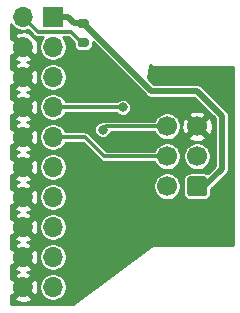
<source format=gbr>
%TF.GenerationSoftware,KiCad,Pcbnew,(5.1.10)-1*%
%TF.CreationDate,2023-09-26T12:08:48+02:00*%
%TF.ProjectId,arm_20-6pin_K24DI1MA,61726d5f-3230-42d3-9670-696e5f4b3234,rev?*%
%TF.SameCoordinates,Original*%
%TF.FileFunction,Copper,L2,Bot*%
%TF.FilePolarity,Positive*%
%FSLAX46Y46*%
G04 Gerber Fmt 4.6, Leading zero omitted, Abs format (unit mm)*
G04 Created by KiCad (PCBNEW (5.1.10)-1) date 2023-09-26 12:08:48*
%MOMM*%
%LPD*%
G01*
G04 APERTURE LIST*
%TA.AperFunction,ComponentPad*%
%ADD10O,1.700000X1.700000*%
%TD*%
%TA.AperFunction,ComponentPad*%
%ADD11R,1.700000X1.700000*%
%TD*%
%TA.AperFunction,ComponentPad*%
%ADD12C,1.700000*%
%TD*%
%TA.AperFunction,ViaPad*%
%ADD13C,0.800000*%
%TD*%
%TA.AperFunction,Conductor*%
%ADD14C,0.300000*%
%TD*%
%TA.AperFunction,Conductor*%
%ADD15C,0.500000*%
%TD*%
%TA.AperFunction,Conductor*%
%ADD16C,0.250000*%
%TD*%
%TA.AperFunction,Conductor*%
%ADD17C,0.100000*%
%TD*%
G04 APERTURE END LIST*
%TO.P,R1,2*%
%TO.N,Net-(J2-Pad2)*%
%TA.AperFunction,SMDPad,CuDef*%
G36*
G01*
X146475000Y-62925000D02*
X147025000Y-62925000D01*
G75*
G02*
X147225000Y-63125000I0J-200000D01*
G01*
X147225000Y-63525000D01*
G75*
G02*
X147025000Y-63725000I-200000J0D01*
G01*
X146475000Y-63725000D01*
G75*
G02*
X146275000Y-63525000I0J200000D01*
G01*
X146275000Y-63125000D01*
G75*
G02*
X146475000Y-62925000I200000J0D01*
G01*
G37*
%TD.AperFunction*%
%TO.P,R1,1*%
%TO.N,/VTREF*%
%TA.AperFunction,SMDPad,CuDef*%
G36*
G01*
X146475000Y-61275000D02*
X147025000Y-61275000D01*
G75*
G02*
X147225000Y-61475000I0J-200000D01*
G01*
X147225000Y-61875000D01*
G75*
G02*
X147025000Y-62075000I-200000J0D01*
G01*
X146475000Y-62075000D01*
G75*
G02*
X146275000Y-61875000I0J200000D01*
G01*
X146275000Y-61475000D01*
G75*
G02*
X146475000Y-61275000I200000J0D01*
G01*
G37*
%TD.AperFunction*%
%TD*%
%TO.P,J2,20*%
%TO.N,GND*%
%TA.AperFunction,ComponentPad*%
G36*
G01*
X141043959Y-84611041D02*
X141043959Y-84611041D01*
G75*
G02*
X141043959Y-83408959I601041J601041D01*
G01*
X141043959Y-83408959D01*
G75*
G02*
X142246041Y-83408959I601041J-601041D01*
G01*
X142246041Y-83408959D01*
G75*
G02*
X142246041Y-84611041I-601041J-601041D01*
G01*
X142246041Y-84611041D01*
G75*
G02*
X141043959Y-84611041I-601041J601041D01*
G01*
G37*
%TD.AperFunction*%
D10*
%TO.P,J2,19*%
%TO.N,Net-(J2-Pad19)*%
X144185000Y-84010000D03*
%TO.P,J2,18*%
%TO.N,GND*%
%TA.AperFunction,ComponentPad*%
G36*
G01*
X141043959Y-82071041D02*
X141043959Y-82071041D01*
G75*
G02*
X141043959Y-80868959I601041J601041D01*
G01*
X141043959Y-80868959D01*
G75*
G02*
X142246041Y-80868959I601041J-601041D01*
G01*
X142246041Y-80868959D01*
G75*
G02*
X142246041Y-82071041I-601041J-601041D01*
G01*
X142246041Y-82071041D01*
G75*
G02*
X141043959Y-82071041I-601041J601041D01*
G01*
G37*
%TD.AperFunction*%
%TO.P,J2,17*%
%TO.N,Net-(J2-Pad17)*%
X144185000Y-81470000D03*
%TO.P,J2,16*%
%TO.N,GND*%
%TA.AperFunction,ComponentPad*%
G36*
G01*
X141043959Y-79531041D02*
X141043959Y-79531041D01*
G75*
G02*
X141043959Y-78328959I601041J601041D01*
G01*
X141043959Y-78328959D01*
G75*
G02*
X142246041Y-78328959I601041J-601041D01*
G01*
X142246041Y-78328959D01*
G75*
G02*
X142246041Y-79531041I-601041J-601041D01*
G01*
X142246041Y-79531041D01*
G75*
G02*
X141043959Y-79531041I-601041J601041D01*
G01*
G37*
%TD.AperFunction*%
%TO.P,J2,15*%
%TO.N,/RESET*%
X144185000Y-78930000D03*
%TO.P,J2,14*%
%TO.N,GND*%
%TA.AperFunction,ComponentPad*%
G36*
G01*
X141043959Y-76991041D02*
X141043959Y-76991041D01*
G75*
G02*
X141043959Y-75788959I601041J601041D01*
G01*
X141043959Y-75788959D01*
G75*
G02*
X142246041Y-75788959I601041J-601041D01*
G01*
X142246041Y-75788959D01*
G75*
G02*
X142246041Y-76991041I-601041J-601041D01*
G01*
X142246041Y-76991041D01*
G75*
G02*
X141043959Y-76991041I-601041J601041D01*
G01*
G37*
%TD.AperFunction*%
%TO.P,J2,13*%
%TO.N,/SWO*%
X144185000Y-76390000D03*
%TO.P,J2,12*%
%TO.N,GND*%
%TA.AperFunction,ComponentPad*%
G36*
G01*
X141043959Y-74451041D02*
X141043959Y-74451041D01*
G75*
G02*
X141043959Y-73248959I601041J601041D01*
G01*
X141043959Y-73248959D01*
G75*
G02*
X142246041Y-73248959I601041J-601041D01*
G01*
X142246041Y-73248959D01*
G75*
G02*
X142246041Y-74451041I-601041J-601041D01*
G01*
X142246041Y-74451041D01*
G75*
G02*
X141043959Y-74451041I-601041J601041D01*
G01*
G37*
%TD.AperFunction*%
%TO.P,J2,11*%
%TO.N,Net-(J2-Pad11)*%
X144185000Y-73850000D03*
%TO.P,J2,10*%
%TO.N,GND*%
%TA.AperFunction,ComponentPad*%
G36*
G01*
X141043959Y-71911041D02*
X141043959Y-71911041D01*
G75*
G02*
X141043959Y-70708959I601041J601041D01*
G01*
X141043959Y-70708959D01*
G75*
G02*
X142246041Y-70708959I601041J-601041D01*
G01*
X142246041Y-70708959D01*
G75*
G02*
X142246041Y-71911041I-601041J-601041D01*
G01*
X142246041Y-71911041D01*
G75*
G02*
X141043959Y-71911041I-601041J601041D01*
G01*
G37*
%TD.AperFunction*%
%TO.P,J2,9*%
%TO.N,/SWCLK*%
X144185000Y-71310000D03*
%TO.P,J2,8*%
%TO.N,GND*%
%TA.AperFunction,ComponentPad*%
G36*
G01*
X141043959Y-69371041D02*
X141043959Y-69371041D01*
G75*
G02*
X141043959Y-68168959I601041J601041D01*
G01*
X141043959Y-68168959D01*
G75*
G02*
X142246041Y-68168959I601041J-601041D01*
G01*
X142246041Y-68168959D01*
G75*
G02*
X142246041Y-69371041I-601041J-601041D01*
G01*
X142246041Y-69371041D01*
G75*
G02*
X141043959Y-69371041I-601041J601041D01*
G01*
G37*
%TD.AperFunction*%
%TO.P,J2,7*%
%TO.N,/SWDIO*%
X144185000Y-68770000D03*
%TO.P,J2,6*%
%TO.N,GND*%
%TA.AperFunction,ComponentPad*%
G36*
G01*
X141043959Y-66831041D02*
X141043959Y-66831041D01*
G75*
G02*
X141043959Y-65628959I601041J601041D01*
G01*
X141043959Y-65628959D01*
G75*
G02*
X142246041Y-65628959I601041J-601041D01*
G01*
X142246041Y-65628959D01*
G75*
G02*
X142246041Y-66831041I-601041J-601041D01*
G01*
X142246041Y-66831041D01*
G75*
G02*
X141043959Y-66831041I-601041J601041D01*
G01*
G37*
%TD.AperFunction*%
%TO.P,J2,5*%
%TO.N,Net-(J2-Pad5)*%
X144185000Y-66230000D03*
%TO.P,J2,4*%
%TO.N,GND*%
%TA.AperFunction,ComponentPad*%
G36*
G01*
X141043959Y-64291041D02*
X141043959Y-64291041D01*
G75*
G02*
X141043959Y-63088959I601041J601041D01*
G01*
X141043959Y-63088959D01*
G75*
G02*
X142246041Y-63088959I601041J-601041D01*
G01*
X142246041Y-63088959D01*
G75*
G02*
X142246041Y-64291041I-601041J-601041D01*
G01*
X142246041Y-64291041D01*
G75*
G02*
X141043959Y-64291041I-601041J601041D01*
G01*
G37*
%TD.AperFunction*%
%TO.P,J2,3*%
%TO.N,Net-(J2-Pad3)*%
X144185000Y-63690000D03*
%TO.P,J2,2*%
%TO.N,Net-(J2-Pad2)*%
X141645000Y-61150000D03*
D11*
%TO.P,J2,1*%
%TO.N,/VTREF*%
X144185000Y-61150000D03*
%TD*%
D12*
%TO.P,J1,6*%
%TO.N,/SWO*%
X153860000Y-70400000D03*
%TO.P,J1,4*%
%TO.N,/SWCLK*%
X153860000Y-72940000D03*
%TO.P,J1,2*%
%TO.N,/SWDIO*%
X153860000Y-75480000D03*
%TO.P,J1,5*%
%TO.N,GND*%
X156400000Y-70400000D03*
%TO.P,J1,3*%
%TO.N,/RESET*%
X156400000Y-72940000D03*
%TO.P,J1,1*%
%TO.N,/VTREF*%
%TA.AperFunction,ComponentPad*%
G36*
G01*
X157250000Y-74880000D02*
X157250000Y-76080000D01*
G75*
G02*
X157000000Y-76330000I-250000J0D01*
G01*
X155800000Y-76330000D01*
G75*
G02*
X155550000Y-76080000I0J250000D01*
G01*
X155550000Y-74880000D01*
G75*
G02*
X155800000Y-74630000I250000J0D01*
G01*
X157000000Y-74630000D01*
G75*
G02*
X157250000Y-74880000I0J-250000D01*
G01*
G37*
%TD.AperFunction*%
%TD*%
D13*
%TO.N,/SWO*%
X148400000Y-70700000D03*
%TO.N,/SWDIO*%
X150100000Y-68800000D03*
%TO.N,GND*%
X147000000Y-65700000D03*
X147100000Y-70000000D03*
X149800000Y-71600000D03*
X146500000Y-73500000D03*
X148800000Y-79800000D03*
X156300000Y-79000000D03*
X146900000Y-82700000D03*
X152900000Y-66100000D03*
X149900000Y-76400000D03*
X152400000Y-77000000D03*
X158500000Y-66800000D03*
X146500000Y-77400000D03*
X149300000Y-67100000D03*
%TD*%
D14*
%TO.N,/SWO*%
X148700000Y-70400000D02*
X148400000Y-70700000D01*
X153860000Y-70400000D02*
X148700000Y-70400000D01*
%TO.N,/SWCLK*%
X148540000Y-72940000D02*
X153860000Y-72940000D01*
X146910000Y-71310000D02*
X148540000Y-72940000D01*
X144185000Y-71310000D02*
X146910000Y-71310000D01*
%TO.N,/SWDIO*%
X148870000Y-68770000D02*
X144185000Y-68770000D01*
X150070000Y-68770000D02*
X150100000Y-68800000D01*
X148870000Y-68770000D02*
X150070000Y-68770000D01*
X153780000Y-75400000D02*
X153860000Y-75480000D01*
D15*
%TO.N,GND*%
X141645000Y-63690000D02*
X142955000Y-65000000D01*
D14*
X146300000Y-65000000D02*
X147000000Y-65700000D01*
D15*
X142875000Y-65000000D02*
X143100000Y-65000000D01*
X141645000Y-66230000D02*
X142875000Y-65000000D01*
D14*
X143100000Y-65000000D02*
X146300000Y-65000000D01*
X142955000Y-65000000D02*
X143100000Y-65000000D01*
D15*
X141645000Y-84010000D02*
X142855000Y-82800000D01*
X142855000Y-82680000D02*
X141645000Y-81470000D01*
X142855000Y-82800000D02*
X142855000Y-82680000D01*
X141645000Y-66230000D02*
X143015000Y-67600000D01*
%TO.N,/VTREF*%
X146750000Y-61675000D02*
X145975000Y-61675000D01*
X145975000Y-61675000D02*
X145450000Y-61150000D01*
X145450000Y-61150000D02*
X144185000Y-61150000D01*
X147100000Y-62000000D02*
X147075000Y-62000000D01*
X152500000Y-67400000D02*
X147100000Y-62000000D01*
X147075000Y-62000000D02*
X146750000Y-61675000D01*
X156400000Y-67400000D02*
X152500000Y-67400000D01*
X158500000Y-69500000D02*
X156400000Y-67400000D01*
X158500000Y-74000000D02*
X158500000Y-69500000D01*
X157020000Y-75480000D02*
X158500000Y-74000000D01*
X156400000Y-75480000D02*
X157020000Y-75480000D01*
D14*
%TO.N,Net-(J2-Pad2)*%
X142895000Y-62400000D02*
X141645000Y-61150000D01*
X145700000Y-62400000D02*
X142895000Y-62400000D01*
X146625000Y-63325000D02*
X145700000Y-62400000D01*
X146750000Y-63325000D02*
X146625000Y-63325000D01*
%TD*%
D16*
%TO.N,GND*%
X140603729Y-61706571D02*
X140732318Y-61899019D01*
X140895981Y-62062682D01*
X141088429Y-62191271D01*
X141302265Y-62279845D01*
X141529273Y-62325000D01*
X141760727Y-62325000D01*
X141987735Y-62279845D01*
X142069306Y-62246057D01*
X142487906Y-62664657D01*
X142401838Y-62750725D01*
X142315752Y-62547320D01*
X142222455Y-62497446D01*
X141978703Y-62407705D01*
X141722128Y-62367242D01*
X141462588Y-62377611D01*
X141210059Y-62438415D01*
X140974245Y-62547316D01*
X140887716Y-62750283D01*
X141645000Y-63507566D01*
X141659142Y-63493424D01*
X141841576Y-63675858D01*
X141827434Y-63690000D01*
X142584717Y-64447284D01*
X142787684Y-64360755D01*
X142896585Y-64124941D01*
X142957389Y-63872412D01*
X142967758Y-63612872D01*
X142927295Y-63356297D01*
X142837554Y-63112545D01*
X142787680Y-63019248D01*
X142584275Y-62933162D01*
X142673135Y-62844302D01*
X142606768Y-62777935D01*
X142629827Y-62796859D01*
X142712346Y-62840966D01*
X142774722Y-62859888D01*
X142801883Y-62868127D01*
X142895000Y-62877298D01*
X142918332Y-62875000D01*
X143338299Y-62875000D01*
X143272318Y-62940981D01*
X143143729Y-63133429D01*
X143055155Y-63347265D01*
X143010000Y-63574273D01*
X143010000Y-63805727D01*
X143055155Y-64032735D01*
X143143729Y-64246571D01*
X143272318Y-64439019D01*
X143435981Y-64602682D01*
X143628429Y-64731271D01*
X143842265Y-64819845D01*
X144069273Y-64865000D01*
X144300727Y-64865000D01*
X144527735Y-64819845D01*
X144741571Y-64731271D01*
X144934019Y-64602682D01*
X145097682Y-64439019D01*
X145226271Y-64246571D01*
X145314845Y-64032735D01*
X145360000Y-63805727D01*
X145360000Y-63574273D01*
X145314845Y-63347265D01*
X145226271Y-63133429D01*
X145097682Y-62940981D01*
X145031701Y-62875000D01*
X145503250Y-62875000D01*
X145948428Y-63320179D01*
X145948428Y-63525000D01*
X145958546Y-63627729D01*
X145988511Y-63726510D01*
X146037171Y-63817548D01*
X146102657Y-63897343D01*
X146182452Y-63962829D01*
X146273490Y-64011489D01*
X146372271Y-64041454D01*
X146475000Y-64051572D01*
X147025000Y-64051572D01*
X147127729Y-64041454D01*
X147226510Y-64011489D01*
X147317548Y-63962829D01*
X147397343Y-63897343D01*
X147462829Y-63817548D01*
X147511489Y-63726510D01*
X147541454Y-63627729D01*
X147551572Y-63525000D01*
X147551572Y-63264744D01*
X152073439Y-67786612D01*
X152091446Y-67808554D01*
X152133153Y-67842782D01*
X152179001Y-67880408D01*
X152278892Y-67933801D01*
X152387280Y-67966680D01*
X152471754Y-67975000D01*
X152471756Y-67975000D01*
X152499999Y-67977782D01*
X152528242Y-67975000D01*
X156161828Y-67975000D01*
X157925001Y-69738173D01*
X157925000Y-73761827D01*
X157298106Y-74388721D01*
X157220645Y-74347317D01*
X157112484Y-74314507D01*
X157000000Y-74303428D01*
X155800000Y-74303428D01*
X155687516Y-74314507D01*
X155579355Y-74347317D01*
X155479674Y-74400598D01*
X155392302Y-74472302D01*
X155320598Y-74559674D01*
X155267317Y-74659355D01*
X155234507Y-74767516D01*
X155223428Y-74880000D01*
X155223428Y-76080000D01*
X155234507Y-76192484D01*
X155267317Y-76300645D01*
X155320598Y-76400326D01*
X155392302Y-76487698D01*
X155479674Y-76559402D01*
X155579355Y-76612683D01*
X155687516Y-76645493D01*
X155800000Y-76656572D01*
X157000000Y-76656572D01*
X157112484Y-76645493D01*
X157220645Y-76612683D01*
X157320326Y-76559402D01*
X157407698Y-76487698D01*
X157479402Y-76400326D01*
X157532683Y-76300645D01*
X157565493Y-76192484D01*
X157576572Y-76080000D01*
X157576572Y-75736600D01*
X158886613Y-74426560D01*
X158908554Y-74408554D01*
X158958809Y-74347317D01*
X158980408Y-74320999D01*
X159033801Y-74221108D01*
X159042408Y-74192735D01*
X159066680Y-74112720D01*
X159075000Y-74028246D01*
X159075000Y-74028244D01*
X159077782Y-74000001D01*
X159075000Y-73971758D01*
X159075000Y-69528242D01*
X159077782Y-69499999D01*
X159072117Y-69442487D01*
X159066680Y-69387280D01*
X159033801Y-69278892D01*
X158994273Y-69204941D01*
X158980408Y-69179001D01*
X158960085Y-69154238D01*
X158908554Y-69091446D01*
X158886606Y-69073434D01*
X156826566Y-67013394D01*
X156808554Y-66991446D01*
X156720998Y-66919592D01*
X156621108Y-66866199D01*
X156512720Y-66833320D01*
X156428246Y-66825000D01*
X156428243Y-66825000D01*
X156400000Y-66822218D01*
X156371757Y-66825000D01*
X152738173Y-66825000D01*
X152228418Y-66315245D01*
X152375816Y-65185196D01*
X152450308Y-65247458D01*
X152451315Y-65248685D01*
X152476723Y-65269536D01*
X152488730Y-65279572D01*
X152490036Y-65280462D01*
X152504610Y-65292422D01*
X152518457Y-65299823D01*
X152531434Y-65308664D01*
X152548785Y-65316034D01*
X152565413Y-65324922D01*
X152580442Y-65329481D01*
X152594890Y-65335618D01*
X152613342Y-65339461D01*
X152631388Y-65344935D01*
X152647019Y-65346475D01*
X152662386Y-65349675D01*
X152681232Y-65349844D01*
X152682811Y-65350000D01*
X152698524Y-65350000D01*
X152731327Y-65350295D01*
X152732883Y-65350000D01*
X159450001Y-65350000D01*
X159450000Y-80450000D01*
X152758678Y-80450000D01*
X152732949Y-80448721D01*
X152707248Y-80452518D01*
X152681388Y-80455065D01*
X152673205Y-80457547D01*
X152664745Y-80458797D01*
X152640283Y-80467534D01*
X152615413Y-80475078D01*
X152607866Y-80479112D01*
X152599819Y-80481986D01*
X152577533Y-80495326D01*
X152554610Y-80507578D01*
X152534690Y-80523925D01*
X145884491Y-85450000D01*
X140600000Y-85450000D01*
X140600000Y-84949273D01*
X140888161Y-84949273D01*
X140974248Y-85152680D01*
X141067545Y-85202554D01*
X141311297Y-85292295D01*
X141567872Y-85332758D01*
X141827412Y-85322389D01*
X142079941Y-85261585D01*
X142315755Y-85152684D01*
X142402284Y-84949717D01*
X141645000Y-84192434D01*
X140888161Y-84949273D01*
X140600000Y-84949273D01*
X140600000Y-84722093D01*
X140705727Y-84766839D01*
X141462566Y-84010000D01*
X141827434Y-84010000D01*
X142584717Y-84767284D01*
X142787684Y-84680755D01*
X142896585Y-84444941D01*
X142957389Y-84192412D01*
X142967758Y-83932872D01*
X142961671Y-83894273D01*
X143010000Y-83894273D01*
X143010000Y-84125727D01*
X143055155Y-84352735D01*
X143143729Y-84566571D01*
X143272318Y-84759019D01*
X143435981Y-84922682D01*
X143628429Y-85051271D01*
X143842265Y-85139845D01*
X144069273Y-85185000D01*
X144300727Y-85185000D01*
X144527735Y-85139845D01*
X144741571Y-85051271D01*
X144934019Y-84922682D01*
X145097682Y-84759019D01*
X145226271Y-84566571D01*
X145314845Y-84352735D01*
X145360000Y-84125727D01*
X145360000Y-83894273D01*
X145314845Y-83667265D01*
X145226271Y-83453429D01*
X145097682Y-83260981D01*
X144934019Y-83097318D01*
X144741571Y-82968729D01*
X144527735Y-82880155D01*
X144300727Y-82835000D01*
X144069273Y-82835000D01*
X143842265Y-82880155D01*
X143628429Y-82968729D01*
X143435981Y-83097318D01*
X143272318Y-83260981D01*
X143143729Y-83453429D01*
X143055155Y-83667265D01*
X143010000Y-83894273D01*
X142961671Y-83894273D01*
X142927295Y-83676297D01*
X142837554Y-83432545D01*
X142787680Y-83339248D01*
X142584273Y-83253161D01*
X141827434Y-84010000D01*
X141462566Y-84010000D01*
X140705283Y-83252716D01*
X140600000Y-83297600D01*
X140600000Y-83070283D01*
X140887716Y-83070283D01*
X141645000Y-83827566D01*
X142401839Y-83070727D01*
X142315752Y-82867320D01*
X142222455Y-82817446D01*
X142008683Y-82738743D01*
X142079941Y-82721585D01*
X142315755Y-82612684D01*
X142402284Y-82409717D01*
X141645000Y-81652434D01*
X140888161Y-82409273D01*
X140974248Y-82612680D01*
X141067545Y-82662554D01*
X141281317Y-82741257D01*
X141210059Y-82758415D01*
X140974245Y-82867316D01*
X140887716Y-83070283D01*
X140600000Y-83070283D01*
X140600000Y-82182093D01*
X140705727Y-82226839D01*
X141462566Y-81470000D01*
X141827434Y-81470000D01*
X142584717Y-82227284D01*
X142787684Y-82140755D01*
X142896585Y-81904941D01*
X142957389Y-81652412D01*
X142967758Y-81392872D01*
X142961671Y-81354273D01*
X143010000Y-81354273D01*
X143010000Y-81585727D01*
X143055155Y-81812735D01*
X143143729Y-82026571D01*
X143272318Y-82219019D01*
X143435981Y-82382682D01*
X143628429Y-82511271D01*
X143842265Y-82599845D01*
X144069273Y-82645000D01*
X144300727Y-82645000D01*
X144527735Y-82599845D01*
X144741571Y-82511271D01*
X144934019Y-82382682D01*
X145097682Y-82219019D01*
X145226271Y-82026571D01*
X145314845Y-81812735D01*
X145360000Y-81585727D01*
X145360000Y-81354273D01*
X145314845Y-81127265D01*
X145226271Y-80913429D01*
X145097682Y-80720981D01*
X144934019Y-80557318D01*
X144741571Y-80428729D01*
X144527735Y-80340155D01*
X144300727Y-80295000D01*
X144069273Y-80295000D01*
X143842265Y-80340155D01*
X143628429Y-80428729D01*
X143435981Y-80557318D01*
X143272318Y-80720981D01*
X143143729Y-80913429D01*
X143055155Y-81127265D01*
X143010000Y-81354273D01*
X142961671Y-81354273D01*
X142927295Y-81136297D01*
X142837554Y-80892545D01*
X142787680Y-80799248D01*
X142584273Y-80713161D01*
X141827434Y-81470000D01*
X141462566Y-81470000D01*
X140705283Y-80712716D01*
X140600000Y-80757600D01*
X140600000Y-80530283D01*
X140887716Y-80530283D01*
X141645000Y-81287566D01*
X142401839Y-80530727D01*
X142315752Y-80327320D01*
X142222455Y-80277446D01*
X142008683Y-80198743D01*
X142079941Y-80181585D01*
X142315755Y-80072684D01*
X142402284Y-79869717D01*
X141645000Y-79112434D01*
X140888161Y-79869273D01*
X140974248Y-80072680D01*
X141067545Y-80122554D01*
X141281317Y-80201257D01*
X141210059Y-80218415D01*
X140974245Y-80327316D01*
X140887716Y-80530283D01*
X140600000Y-80530283D01*
X140600000Y-79642093D01*
X140705727Y-79686839D01*
X141462566Y-78930000D01*
X141827434Y-78930000D01*
X142584717Y-79687284D01*
X142787684Y-79600755D01*
X142896585Y-79364941D01*
X142957389Y-79112412D01*
X142967758Y-78852872D01*
X142961671Y-78814273D01*
X143010000Y-78814273D01*
X143010000Y-79045727D01*
X143055155Y-79272735D01*
X143143729Y-79486571D01*
X143272318Y-79679019D01*
X143435981Y-79842682D01*
X143628429Y-79971271D01*
X143842265Y-80059845D01*
X144069273Y-80105000D01*
X144300727Y-80105000D01*
X144527735Y-80059845D01*
X144741571Y-79971271D01*
X144934019Y-79842682D01*
X145097682Y-79679019D01*
X145226271Y-79486571D01*
X145314845Y-79272735D01*
X145360000Y-79045727D01*
X145360000Y-78814273D01*
X145314845Y-78587265D01*
X145226271Y-78373429D01*
X145097682Y-78180981D01*
X144934019Y-78017318D01*
X144741571Y-77888729D01*
X144527735Y-77800155D01*
X144300727Y-77755000D01*
X144069273Y-77755000D01*
X143842265Y-77800155D01*
X143628429Y-77888729D01*
X143435981Y-78017318D01*
X143272318Y-78180981D01*
X143143729Y-78373429D01*
X143055155Y-78587265D01*
X143010000Y-78814273D01*
X142961671Y-78814273D01*
X142927295Y-78596297D01*
X142837554Y-78352545D01*
X142787680Y-78259248D01*
X142584273Y-78173161D01*
X141827434Y-78930000D01*
X141462566Y-78930000D01*
X140705283Y-78172716D01*
X140600000Y-78217600D01*
X140600000Y-77990283D01*
X140887716Y-77990283D01*
X141645000Y-78747566D01*
X142401839Y-77990727D01*
X142315752Y-77787320D01*
X142222455Y-77737446D01*
X142008683Y-77658743D01*
X142079941Y-77641585D01*
X142315755Y-77532684D01*
X142402284Y-77329717D01*
X141645000Y-76572434D01*
X140888161Y-77329273D01*
X140974248Y-77532680D01*
X141067545Y-77582554D01*
X141281317Y-77661257D01*
X141210059Y-77678415D01*
X140974245Y-77787316D01*
X140887716Y-77990283D01*
X140600000Y-77990283D01*
X140600000Y-77102093D01*
X140705727Y-77146839D01*
X141462566Y-76390000D01*
X141827434Y-76390000D01*
X142584717Y-77147284D01*
X142787684Y-77060755D01*
X142896585Y-76824941D01*
X142957389Y-76572412D01*
X142967758Y-76312872D01*
X142961671Y-76274273D01*
X143010000Y-76274273D01*
X143010000Y-76505727D01*
X143055155Y-76732735D01*
X143143729Y-76946571D01*
X143272318Y-77139019D01*
X143435981Y-77302682D01*
X143628429Y-77431271D01*
X143842265Y-77519845D01*
X144069273Y-77565000D01*
X144300727Y-77565000D01*
X144527735Y-77519845D01*
X144741571Y-77431271D01*
X144934019Y-77302682D01*
X145097682Y-77139019D01*
X145226271Y-76946571D01*
X145314845Y-76732735D01*
X145360000Y-76505727D01*
X145360000Y-76274273D01*
X145314845Y-76047265D01*
X145226271Y-75833429D01*
X145097682Y-75640981D01*
X144934019Y-75477318D01*
X144764835Y-75364273D01*
X152685000Y-75364273D01*
X152685000Y-75595727D01*
X152730155Y-75822735D01*
X152818729Y-76036571D01*
X152947318Y-76229019D01*
X153110981Y-76392682D01*
X153303429Y-76521271D01*
X153517265Y-76609845D01*
X153744273Y-76655000D01*
X153975727Y-76655000D01*
X154202735Y-76609845D01*
X154416571Y-76521271D01*
X154609019Y-76392682D01*
X154772682Y-76229019D01*
X154901271Y-76036571D01*
X154989845Y-75822735D01*
X155035000Y-75595727D01*
X155035000Y-75364273D01*
X154989845Y-75137265D01*
X154901271Y-74923429D01*
X154772682Y-74730981D01*
X154609019Y-74567318D01*
X154416571Y-74438729D01*
X154202735Y-74350155D01*
X153975727Y-74305000D01*
X153744273Y-74305000D01*
X153517265Y-74350155D01*
X153303429Y-74438729D01*
X153110981Y-74567318D01*
X152947318Y-74730981D01*
X152818729Y-74923429D01*
X152730155Y-75137265D01*
X152685000Y-75364273D01*
X144764835Y-75364273D01*
X144741571Y-75348729D01*
X144527735Y-75260155D01*
X144300727Y-75215000D01*
X144069273Y-75215000D01*
X143842265Y-75260155D01*
X143628429Y-75348729D01*
X143435981Y-75477318D01*
X143272318Y-75640981D01*
X143143729Y-75833429D01*
X143055155Y-76047265D01*
X143010000Y-76274273D01*
X142961671Y-76274273D01*
X142927295Y-76056297D01*
X142837554Y-75812545D01*
X142787680Y-75719248D01*
X142584273Y-75633161D01*
X141827434Y-76390000D01*
X141462566Y-76390000D01*
X140705283Y-75632716D01*
X140600000Y-75677600D01*
X140600000Y-75450283D01*
X140887716Y-75450283D01*
X141645000Y-76207566D01*
X142401839Y-75450727D01*
X142315752Y-75247320D01*
X142222455Y-75197446D01*
X142008683Y-75118743D01*
X142079941Y-75101585D01*
X142315755Y-74992684D01*
X142402284Y-74789717D01*
X141645000Y-74032434D01*
X140888161Y-74789273D01*
X140974248Y-74992680D01*
X141067545Y-75042554D01*
X141281317Y-75121257D01*
X141210059Y-75138415D01*
X140974245Y-75247316D01*
X140887716Y-75450283D01*
X140600000Y-75450283D01*
X140600000Y-74562093D01*
X140705727Y-74606839D01*
X141462566Y-73850000D01*
X141827434Y-73850000D01*
X142584717Y-74607284D01*
X142787684Y-74520755D01*
X142896585Y-74284941D01*
X142957389Y-74032412D01*
X142967758Y-73772872D01*
X142961671Y-73734273D01*
X143010000Y-73734273D01*
X143010000Y-73965727D01*
X143055155Y-74192735D01*
X143143729Y-74406571D01*
X143272318Y-74599019D01*
X143435981Y-74762682D01*
X143628429Y-74891271D01*
X143842265Y-74979845D01*
X144069273Y-75025000D01*
X144300727Y-75025000D01*
X144527735Y-74979845D01*
X144741571Y-74891271D01*
X144934019Y-74762682D01*
X145097682Y-74599019D01*
X145226271Y-74406571D01*
X145314845Y-74192735D01*
X145360000Y-73965727D01*
X145360000Y-73734273D01*
X145314845Y-73507265D01*
X145226271Y-73293429D01*
X145097682Y-73100981D01*
X144934019Y-72937318D01*
X144741571Y-72808729D01*
X144527735Y-72720155D01*
X144300727Y-72675000D01*
X144069273Y-72675000D01*
X143842265Y-72720155D01*
X143628429Y-72808729D01*
X143435981Y-72937318D01*
X143272318Y-73100981D01*
X143143729Y-73293429D01*
X143055155Y-73507265D01*
X143010000Y-73734273D01*
X142961671Y-73734273D01*
X142927295Y-73516297D01*
X142837554Y-73272545D01*
X142787680Y-73179248D01*
X142584273Y-73093161D01*
X141827434Y-73850000D01*
X141462566Y-73850000D01*
X140705283Y-73092716D01*
X140600000Y-73137600D01*
X140600000Y-72910283D01*
X140887716Y-72910283D01*
X141645000Y-73667566D01*
X142401839Y-72910727D01*
X142315752Y-72707320D01*
X142222455Y-72657446D01*
X142008683Y-72578743D01*
X142079941Y-72561585D01*
X142315755Y-72452684D01*
X142402284Y-72249717D01*
X141645000Y-71492434D01*
X140888161Y-72249273D01*
X140974248Y-72452680D01*
X141067545Y-72502554D01*
X141281317Y-72581257D01*
X141210059Y-72598415D01*
X140974245Y-72707316D01*
X140887716Y-72910283D01*
X140600000Y-72910283D01*
X140600000Y-72022093D01*
X140705727Y-72066839D01*
X141462566Y-71310000D01*
X141827434Y-71310000D01*
X142584717Y-72067284D01*
X142787684Y-71980755D01*
X142896585Y-71744941D01*
X142957389Y-71492412D01*
X142967758Y-71232872D01*
X142961671Y-71194273D01*
X143010000Y-71194273D01*
X143010000Y-71425727D01*
X143055155Y-71652735D01*
X143143729Y-71866571D01*
X143272318Y-72059019D01*
X143435981Y-72222682D01*
X143628429Y-72351271D01*
X143842265Y-72439845D01*
X144069273Y-72485000D01*
X144300727Y-72485000D01*
X144527735Y-72439845D01*
X144741571Y-72351271D01*
X144934019Y-72222682D01*
X145097682Y-72059019D01*
X145226271Y-71866571D01*
X145260059Y-71785000D01*
X146713250Y-71785000D01*
X148187621Y-73259371D01*
X148202499Y-73277501D01*
X148274827Y-73336859D01*
X148357346Y-73380966D01*
X148419722Y-73399888D01*
X148446883Y-73408127D01*
X148539999Y-73417298D01*
X148563331Y-73415000D01*
X152784941Y-73415000D01*
X152818729Y-73496571D01*
X152947318Y-73689019D01*
X153110981Y-73852682D01*
X153303429Y-73981271D01*
X153517265Y-74069845D01*
X153744273Y-74115000D01*
X153975727Y-74115000D01*
X154202735Y-74069845D01*
X154416571Y-73981271D01*
X154609019Y-73852682D01*
X154772682Y-73689019D01*
X154901271Y-73496571D01*
X154989845Y-73282735D01*
X155035000Y-73055727D01*
X155035000Y-72824273D01*
X155225000Y-72824273D01*
X155225000Y-73055727D01*
X155270155Y-73282735D01*
X155358729Y-73496571D01*
X155487318Y-73689019D01*
X155650981Y-73852682D01*
X155843429Y-73981271D01*
X156057265Y-74069845D01*
X156284273Y-74115000D01*
X156515727Y-74115000D01*
X156742735Y-74069845D01*
X156956571Y-73981271D01*
X157149019Y-73852682D01*
X157312682Y-73689019D01*
X157441271Y-73496571D01*
X157529845Y-73282735D01*
X157575000Y-73055727D01*
X157575000Y-72824273D01*
X157529845Y-72597265D01*
X157441271Y-72383429D01*
X157312682Y-72190981D01*
X157149019Y-72027318D01*
X156956571Y-71898729D01*
X156742735Y-71810155D01*
X156515727Y-71765000D01*
X156284273Y-71765000D01*
X156057265Y-71810155D01*
X155843429Y-71898729D01*
X155650981Y-72027318D01*
X155487318Y-72190981D01*
X155358729Y-72383429D01*
X155270155Y-72597265D01*
X155225000Y-72824273D01*
X155035000Y-72824273D01*
X154989845Y-72597265D01*
X154901271Y-72383429D01*
X154772682Y-72190981D01*
X154609019Y-72027318D01*
X154416571Y-71898729D01*
X154202735Y-71810155D01*
X153975727Y-71765000D01*
X153744273Y-71765000D01*
X153517265Y-71810155D01*
X153303429Y-71898729D01*
X153110981Y-72027318D01*
X152947318Y-72190981D01*
X152818729Y-72383429D01*
X152784941Y-72465000D01*
X148736751Y-72465000D01*
X147262384Y-70990634D01*
X147247501Y-70972499D01*
X147175173Y-70913141D01*
X147092654Y-70869034D01*
X147003116Y-70841873D01*
X146933332Y-70835000D01*
X146910000Y-70832702D01*
X146886668Y-70835000D01*
X145260059Y-70835000D01*
X145226271Y-70753429D01*
X145142860Y-70628594D01*
X147675000Y-70628594D01*
X147675000Y-70771406D01*
X147702861Y-70911475D01*
X147757513Y-71043416D01*
X147836856Y-71162161D01*
X147937839Y-71263144D01*
X148056584Y-71342487D01*
X148188525Y-71397139D01*
X148328594Y-71425000D01*
X148471406Y-71425000D01*
X148611475Y-71397139D01*
X148743416Y-71342487D01*
X148862161Y-71263144D01*
X148963144Y-71162161D01*
X149042487Y-71043416D01*
X149097139Y-70911475D01*
X149104394Y-70875000D01*
X152784941Y-70875000D01*
X152818729Y-70956571D01*
X152947318Y-71149019D01*
X153110981Y-71312682D01*
X153303429Y-71441271D01*
X153517265Y-71529845D01*
X153744273Y-71575000D01*
X153975727Y-71575000D01*
X154202735Y-71529845D01*
X154416571Y-71441271D01*
X154562399Y-71343832D01*
X155638602Y-71343832D01*
X155725461Y-71547890D01*
X155962365Y-71657430D01*
X156216086Y-71718647D01*
X156476875Y-71729189D01*
X156734709Y-71688651D01*
X156979681Y-71598592D01*
X157074539Y-71547890D01*
X157161398Y-71343832D01*
X156400000Y-70582434D01*
X155638602Y-71343832D01*
X154562399Y-71343832D01*
X154609019Y-71312682D01*
X154772682Y-71149019D01*
X154901271Y-70956571D01*
X154989845Y-70742735D01*
X155035000Y-70515727D01*
X155035000Y-70476875D01*
X155070811Y-70476875D01*
X155111349Y-70734709D01*
X155201408Y-70979681D01*
X155252110Y-71074539D01*
X155456168Y-71161398D01*
X156217566Y-70400000D01*
X156582434Y-70400000D01*
X157343832Y-71161398D01*
X157547890Y-71074539D01*
X157657430Y-70837635D01*
X157718647Y-70583914D01*
X157729189Y-70323125D01*
X157688651Y-70065291D01*
X157598592Y-69820319D01*
X157547890Y-69725461D01*
X157343832Y-69638602D01*
X156582434Y-70400000D01*
X156217566Y-70400000D01*
X155456168Y-69638602D01*
X155252110Y-69725461D01*
X155142570Y-69962365D01*
X155081353Y-70216086D01*
X155070811Y-70476875D01*
X155035000Y-70476875D01*
X155035000Y-70284273D01*
X154989845Y-70057265D01*
X154901271Y-69843429D01*
X154772682Y-69650981D01*
X154609019Y-69487318D01*
X154562400Y-69456168D01*
X155638602Y-69456168D01*
X156400000Y-70217566D01*
X157161398Y-69456168D01*
X157074539Y-69252110D01*
X156837635Y-69142570D01*
X156583914Y-69081353D01*
X156323125Y-69070811D01*
X156065291Y-69111349D01*
X155820319Y-69201408D01*
X155725461Y-69252110D01*
X155638602Y-69456168D01*
X154562400Y-69456168D01*
X154416571Y-69358729D01*
X154202735Y-69270155D01*
X153975727Y-69225000D01*
X153744273Y-69225000D01*
X153517265Y-69270155D01*
X153303429Y-69358729D01*
X153110981Y-69487318D01*
X152947318Y-69650981D01*
X152818729Y-69843429D01*
X152784941Y-69925000D01*
X148723332Y-69925000D01*
X148699999Y-69922702D01*
X148606883Y-69931873D01*
X148579722Y-69940112D01*
X148517346Y-69959034D01*
X148483117Y-69977329D01*
X148471406Y-69975000D01*
X148328594Y-69975000D01*
X148188525Y-70002861D01*
X148056584Y-70057513D01*
X147937839Y-70136856D01*
X147836856Y-70237839D01*
X147757513Y-70356584D01*
X147702861Y-70488525D01*
X147675000Y-70628594D01*
X145142860Y-70628594D01*
X145097682Y-70560981D01*
X144934019Y-70397318D01*
X144741571Y-70268729D01*
X144527735Y-70180155D01*
X144300727Y-70135000D01*
X144069273Y-70135000D01*
X143842265Y-70180155D01*
X143628429Y-70268729D01*
X143435981Y-70397318D01*
X143272318Y-70560981D01*
X143143729Y-70753429D01*
X143055155Y-70967265D01*
X143010000Y-71194273D01*
X142961671Y-71194273D01*
X142927295Y-70976297D01*
X142837554Y-70732545D01*
X142787680Y-70639248D01*
X142584273Y-70553161D01*
X141827434Y-71310000D01*
X141462566Y-71310000D01*
X140705283Y-70552716D01*
X140600000Y-70597600D01*
X140600000Y-70370283D01*
X140887716Y-70370283D01*
X141645000Y-71127566D01*
X142401839Y-70370727D01*
X142315752Y-70167320D01*
X142222455Y-70117446D01*
X142008683Y-70038743D01*
X142079941Y-70021585D01*
X142315755Y-69912684D01*
X142402284Y-69709717D01*
X141645000Y-68952434D01*
X140888161Y-69709273D01*
X140974248Y-69912680D01*
X141067545Y-69962554D01*
X141281317Y-70041257D01*
X141210059Y-70058415D01*
X140974245Y-70167316D01*
X140887716Y-70370283D01*
X140600000Y-70370283D01*
X140600000Y-69482093D01*
X140705727Y-69526839D01*
X141462566Y-68770000D01*
X141827434Y-68770000D01*
X142584717Y-69527284D01*
X142787684Y-69440755D01*
X142896585Y-69204941D01*
X142957389Y-68952412D01*
X142967758Y-68692872D01*
X142961671Y-68654273D01*
X143010000Y-68654273D01*
X143010000Y-68885727D01*
X143055155Y-69112735D01*
X143143729Y-69326571D01*
X143272318Y-69519019D01*
X143435981Y-69682682D01*
X143628429Y-69811271D01*
X143842265Y-69899845D01*
X144069273Y-69945000D01*
X144300727Y-69945000D01*
X144527735Y-69899845D01*
X144741571Y-69811271D01*
X144934019Y-69682682D01*
X145097682Y-69519019D01*
X145226271Y-69326571D01*
X145260059Y-69245000D01*
X149525389Y-69245000D01*
X149536856Y-69262161D01*
X149637839Y-69363144D01*
X149756584Y-69442487D01*
X149888525Y-69497139D01*
X150028594Y-69525000D01*
X150171406Y-69525000D01*
X150311475Y-69497139D01*
X150443416Y-69442487D01*
X150562161Y-69363144D01*
X150663144Y-69262161D01*
X150742487Y-69143416D01*
X150797139Y-69011475D01*
X150825000Y-68871406D01*
X150825000Y-68728594D01*
X150797139Y-68588525D01*
X150742487Y-68456584D01*
X150663144Y-68337839D01*
X150562161Y-68236856D01*
X150443416Y-68157513D01*
X150311475Y-68102861D01*
X150171406Y-68075000D01*
X150028594Y-68075000D01*
X149888525Y-68102861D01*
X149756584Y-68157513D01*
X149637839Y-68236856D01*
X149579695Y-68295000D01*
X145260059Y-68295000D01*
X145226271Y-68213429D01*
X145097682Y-68020981D01*
X144934019Y-67857318D01*
X144741571Y-67728729D01*
X144527735Y-67640155D01*
X144300727Y-67595000D01*
X144069273Y-67595000D01*
X143842265Y-67640155D01*
X143628429Y-67728729D01*
X143435981Y-67857318D01*
X143272318Y-68020981D01*
X143143729Y-68213429D01*
X143055155Y-68427265D01*
X143010000Y-68654273D01*
X142961671Y-68654273D01*
X142927295Y-68436297D01*
X142837554Y-68192545D01*
X142787680Y-68099248D01*
X142584273Y-68013161D01*
X141827434Y-68770000D01*
X141462566Y-68770000D01*
X140705283Y-68012716D01*
X140600000Y-68057600D01*
X140600000Y-67830283D01*
X140887716Y-67830283D01*
X141645000Y-68587566D01*
X142401839Y-67830727D01*
X142315752Y-67627320D01*
X142222455Y-67577446D01*
X142008683Y-67498743D01*
X142079941Y-67481585D01*
X142315755Y-67372684D01*
X142402284Y-67169717D01*
X141645000Y-66412434D01*
X140888161Y-67169273D01*
X140974248Y-67372680D01*
X141067545Y-67422554D01*
X141281317Y-67501257D01*
X141210059Y-67518415D01*
X140974245Y-67627316D01*
X140887716Y-67830283D01*
X140600000Y-67830283D01*
X140600000Y-66942093D01*
X140705727Y-66986839D01*
X141462566Y-66230000D01*
X141827434Y-66230000D01*
X142584717Y-66987284D01*
X142787684Y-66900755D01*
X142896585Y-66664941D01*
X142957389Y-66412412D01*
X142967758Y-66152872D01*
X142961671Y-66114273D01*
X143010000Y-66114273D01*
X143010000Y-66345727D01*
X143055155Y-66572735D01*
X143143729Y-66786571D01*
X143272318Y-66979019D01*
X143435981Y-67142682D01*
X143628429Y-67271271D01*
X143842265Y-67359845D01*
X144069273Y-67405000D01*
X144300727Y-67405000D01*
X144527735Y-67359845D01*
X144741571Y-67271271D01*
X144934019Y-67142682D01*
X145097682Y-66979019D01*
X145226271Y-66786571D01*
X145314845Y-66572735D01*
X145360000Y-66345727D01*
X145360000Y-66114273D01*
X145314845Y-65887265D01*
X145226271Y-65673429D01*
X145097682Y-65480981D01*
X144934019Y-65317318D01*
X144741571Y-65188729D01*
X144527735Y-65100155D01*
X144300727Y-65055000D01*
X144069273Y-65055000D01*
X143842265Y-65100155D01*
X143628429Y-65188729D01*
X143435981Y-65317318D01*
X143272318Y-65480981D01*
X143143729Y-65673429D01*
X143055155Y-65887265D01*
X143010000Y-66114273D01*
X142961671Y-66114273D01*
X142927295Y-65896297D01*
X142837554Y-65652545D01*
X142787680Y-65559248D01*
X142584273Y-65473161D01*
X141827434Y-66230000D01*
X141462566Y-66230000D01*
X140705283Y-65472716D01*
X140600000Y-65517600D01*
X140600000Y-65290283D01*
X140887716Y-65290283D01*
X141645000Y-66047566D01*
X142401839Y-65290727D01*
X142315752Y-65087320D01*
X142222455Y-65037446D01*
X142008683Y-64958743D01*
X142079941Y-64941585D01*
X142315755Y-64832684D01*
X142402284Y-64629717D01*
X141645000Y-63872434D01*
X140888161Y-64629273D01*
X140974248Y-64832680D01*
X141067545Y-64882554D01*
X141281317Y-64961257D01*
X141210059Y-64978415D01*
X140974245Y-65087316D01*
X140887716Y-65290283D01*
X140600000Y-65290283D01*
X140600000Y-64402093D01*
X140705727Y-64446839D01*
X141462566Y-63690000D01*
X140705283Y-62932716D01*
X140600000Y-62977600D01*
X140600000Y-61697568D01*
X140603729Y-61706571D01*
%TA.AperFunction,Conductor*%
D17*
G36*
X140603729Y-61706571D02*
G01*
X140732318Y-61899019D01*
X140895981Y-62062682D01*
X141088429Y-62191271D01*
X141302265Y-62279845D01*
X141529273Y-62325000D01*
X141760727Y-62325000D01*
X141987735Y-62279845D01*
X142069306Y-62246057D01*
X142487906Y-62664657D01*
X142401838Y-62750725D01*
X142315752Y-62547320D01*
X142222455Y-62497446D01*
X141978703Y-62407705D01*
X141722128Y-62367242D01*
X141462588Y-62377611D01*
X141210059Y-62438415D01*
X140974245Y-62547316D01*
X140887716Y-62750283D01*
X141645000Y-63507566D01*
X141659142Y-63493424D01*
X141841576Y-63675858D01*
X141827434Y-63690000D01*
X142584717Y-64447284D01*
X142787684Y-64360755D01*
X142896585Y-64124941D01*
X142957389Y-63872412D01*
X142967758Y-63612872D01*
X142927295Y-63356297D01*
X142837554Y-63112545D01*
X142787680Y-63019248D01*
X142584275Y-62933162D01*
X142673135Y-62844302D01*
X142606768Y-62777935D01*
X142629827Y-62796859D01*
X142712346Y-62840966D01*
X142774722Y-62859888D01*
X142801883Y-62868127D01*
X142895000Y-62877298D01*
X142918332Y-62875000D01*
X143338299Y-62875000D01*
X143272318Y-62940981D01*
X143143729Y-63133429D01*
X143055155Y-63347265D01*
X143010000Y-63574273D01*
X143010000Y-63805727D01*
X143055155Y-64032735D01*
X143143729Y-64246571D01*
X143272318Y-64439019D01*
X143435981Y-64602682D01*
X143628429Y-64731271D01*
X143842265Y-64819845D01*
X144069273Y-64865000D01*
X144300727Y-64865000D01*
X144527735Y-64819845D01*
X144741571Y-64731271D01*
X144934019Y-64602682D01*
X145097682Y-64439019D01*
X145226271Y-64246571D01*
X145314845Y-64032735D01*
X145360000Y-63805727D01*
X145360000Y-63574273D01*
X145314845Y-63347265D01*
X145226271Y-63133429D01*
X145097682Y-62940981D01*
X145031701Y-62875000D01*
X145503250Y-62875000D01*
X145948428Y-63320179D01*
X145948428Y-63525000D01*
X145958546Y-63627729D01*
X145988511Y-63726510D01*
X146037171Y-63817548D01*
X146102657Y-63897343D01*
X146182452Y-63962829D01*
X146273490Y-64011489D01*
X146372271Y-64041454D01*
X146475000Y-64051572D01*
X147025000Y-64051572D01*
X147127729Y-64041454D01*
X147226510Y-64011489D01*
X147317548Y-63962829D01*
X147397343Y-63897343D01*
X147462829Y-63817548D01*
X147511489Y-63726510D01*
X147541454Y-63627729D01*
X147551572Y-63525000D01*
X147551572Y-63264744D01*
X152073439Y-67786612D01*
X152091446Y-67808554D01*
X152133153Y-67842782D01*
X152179001Y-67880408D01*
X152278892Y-67933801D01*
X152387280Y-67966680D01*
X152471754Y-67975000D01*
X152471756Y-67975000D01*
X152499999Y-67977782D01*
X152528242Y-67975000D01*
X156161828Y-67975000D01*
X157925001Y-69738173D01*
X157925000Y-73761827D01*
X157298106Y-74388721D01*
X157220645Y-74347317D01*
X157112484Y-74314507D01*
X157000000Y-74303428D01*
X155800000Y-74303428D01*
X155687516Y-74314507D01*
X155579355Y-74347317D01*
X155479674Y-74400598D01*
X155392302Y-74472302D01*
X155320598Y-74559674D01*
X155267317Y-74659355D01*
X155234507Y-74767516D01*
X155223428Y-74880000D01*
X155223428Y-76080000D01*
X155234507Y-76192484D01*
X155267317Y-76300645D01*
X155320598Y-76400326D01*
X155392302Y-76487698D01*
X155479674Y-76559402D01*
X155579355Y-76612683D01*
X155687516Y-76645493D01*
X155800000Y-76656572D01*
X157000000Y-76656572D01*
X157112484Y-76645493D01*
X157220645Y-76612683D01*
X157320326Y-76559402D01*
X157407698Y-76487698D01*
X157479402Y-76400326D01*
X157532683Y-76300645D01*
X157565493Y-76192484D01*
X157576572Y-76080000D01*
X157576572Y-75736600D01*
X158886613Y-74426560D01*
X158908554Y-74408554D01*
X158958809Y-74347317D01*
X158980408Y-74320999D01*
X159033801Y-74221108D01*
X159042408Y-74192735D01*
X159066680Y-74112720D01*
X159075000Y-74028246D01*
X159075000Y-74028244D01*
X159077782Y-74000001D01*
X159075000Y-73971758D01*
X159075000Y-69528242D01*
X159077782Y-69499999D01*
X159072117Y-69442487D01*
X159066680Y-69387280D01*
X159033801Y-69278892D01*
X158994273Y-69204941D01*
X158980408Y-69179001D01*
X158960085Y-69154238D01*
X158908554Y-69091446D01*
X158886606Y-69073434D01*
X156826566Y-67013394D01*
X156808554Y-66991446D01*
X156720998Y-66919592D01*
X156621108Y-66866199D01*
X156512720Y-66833320D01*
X156428246Y-66825000D01*
X156428243Y-66825000D01*
X156400000Y-66822218D01*
X156371757Y-66825000D01*
X152738173Y-66825000D01*
X152228418Y-66315245D01*
X152375816Y-65185196D01*
X152450308Y-65247458D01*
X152451315Y-65248685D01*
X152476723Y-65269536D01*
X152488730Y-65279572D01*
X152490036Y-65280462D01*
X152504610Y-65292422D01*
X152518457Y-65299823D01*
X152531434Y-65308664D01*
X152548785Y-65316034D01*
X152565413Y-65324922D01*
X152580442Y-65329481D01*
X152594890Y-65335618D01*
X152613342Y-65339461D01*
X152631388Y-65344935D01*
X152647019Y-65346475D01*
X152662386Y-65349675D01*
X152681232Y-65349844D01*
X152682811Y-65350000D01*
X152698524Y-65350000D01*
X152731327Y-65350295D01*
X152732883Y-65350000D01*
X159450001Y-65350000D01*
X159450000Y-80450000D01*
X152758678Y-80450000D01*
X152732949Y-80448721D01*
X152707248Y-80452518D01*
X152681388Y-80455065D01*
X152673205Y-80457547D01*
X152664745Y-80458797D01*
X152640283Y-80467534D01*
X152615413Y-80475078D01*
X152607866Y-80479112D01*
X152599819Y-80481986D01*
X152577533Y-80495326D01*
X152554610Y-80507578D01*
X152534690Y-80523925D01*
X145884491Y-85450000D01*
X140600000Y-85450000D01*
X140600000Y-84949273D01*
X140888161Y-84949273D01*
X140974248Y-85152680D01*
X141067545Y-85202554D01*
X141311297Y-85292295D01*
X141567872Y-85332758D01*
X141827412Y-85322389D01*
X142079941Y-85261585D01*
X142315755Y-85152684D01*
X142402284Y-84949717D01*
X141645000Y-84192434D01*
X140888161Y-84949273D01*
X140600000Y-84949273D01*
X140600000Y-84722093D01*
X140705727Y-84766839D01*
X141462566Y-84010000D01*
X141827434Y-84010000D01*
X142584717Y-84767284D01*
X142787684Y-84680755D01*
X142896585Y-84444941D01*
X142957389Y-84192412D01*
X142967758Y-83932872D01*
X142961671Y-83894273D01*
X143010000Y-83894273D01*
X143010000Y-84125727D01*
X143055155Y-84352735D01*
X143143729Y-84566571D01*
X143272318Y-84759019D01*
X143435981Y-84922682D01*
X143628429Y-85051271D01*
X143842265Y-85139845D01*
X144069273Y-85185000D01*
X144300727Y-85185000D01*
X144527735Y-85139845D01*
X144741571Y-85051271D01*
X144934019Y-84922682D01*
X145097682Y-84759019D01*
X145226271Y-84566571D01*
X145314845Y-84352735D01*
X145360000Y-84125727D01*
X145360000Y-83894273D01*
X145314845Y-83667265D01*
X145226271Y-83453429D01*
X145097682Y-83260981D01*
X144934019Y-83097318D01*
X144741571Y-82968729D01*
X144527735Y-82880155D01*
X144300727Y-82835000D01*
X144069273Y-82835000D01*
X143842265Y-82880155D01*
X143628429Y-82968729D01*
X143435981Y-83097318D01*
X143272318Y-83260981D01*
X143143729Y-83453429D01*
X143055155Y-83667265D01*
X143010000Y-83894273D01*
X142961671Y-83894273D01*
X142927295Y-83676297D01*
X142837554Y-83432545D01*
X142787680Y-83339248D01*
X142584273Y-83253161D01*
X141827434Y-84010000D01*
X141462566Y-84010000D01*
X140705283Y-83252716D01*
X140600000Y-83297600D01*
X140600000Y-83070283D01*
X140887716Y-83070283D01*
X141645000Y-83827566D01*
X142401839Y-83070727D01*
X142315752Y-82867320D01*
X142222455Y-82817446D01*
X142008683Y-82738743D01*
X142079941Y-82721585D01*
X142315755Y-82612684D01*
X142402284Y-82409717D01*
X141645000Y-81652434D01*
X140888161Y-82409273D01*
X140974248Y-82612680D01*
X141067545Y-82662554D01*
X141281317Y-82741257D01*
X141210059Y-82758415D01*
X140974245Y-82867316D01*
X140887716Y-83070283D01*
X140600000Y-83070283D01*
X140600000Y-82182093D01*
X140705727Y-82226839D01*
X141462566Y-81470000D01*
X141827434Y-81470000D01*
X142584717Y-82227284D01*
X142787684Y-82140755D01*
X142896585Y-81904941D01*
X142957389Y-81652412D01*
X142967758Y-81392872D01*
X142961671Y-81354273D01*
X143010000Y-81354273D01*
X143010000Y-81585727D01*
X143055155Y-81812735D01*
X143143729Y-82026571D01*
X143272318Y-82219019D01*
X143435981Y-82382682D01*
X143628429Y-82511271D01*
X143842265Y-82599845D01*
X144069273Y-82645000D01*
X144300727Y-82645000D01*
X144527735Y-82599845D01*
X144741571Y-82511271D01*
X144934019Y-82382682D01*
X145097682Y-82219019D01*
X145226271Y-82026571D01*
X145314845Y-81812735D01*
X145360000Y-81585727D01*
X145360000Y-81354273D01*
X145314845Y-81127265D01*
X145226271Y-80913429D01*
X145097682Y-80720981D01*
X144934019Y-80557318D01*
X144741571Y-80428729D01*
X144527735Y-80340155D01*
X144300727Y-80295000D01*
X144069273Y-80295000D01*
X143842265Y-80340155D01*
X143628429Y-80428729D01*
X143435981Y-80557318D01*
X143272318Y-80720981D01*
X143143729Y-80913429D01*
X143055155Y-81127265D01*
X143010000Y-81354273D01*
X142961671Y-81354273D01*
X142927295Y-81136297D01*
X142837554Y-80892545D01*
X142787680Y-80799248D01*
X142584273Y-80713161D01*
X141827434Y-81470000D01*
X141462566Y-81470000D01*
X140705283Y-80712716D01*
X140600000Y-80757600D01*
X140600000Y-80530283D01*
X140887716Y-80530283D01*
X141645000Y-81287566D01*
X142401839Y-80530727D01*
X142315752Y-80327320D01*
X142222455Y-80277446D01*
X142008683Y-80198743D01*
X142079941Y-80181585D01*
X142315755Y-80072684D01*
X142402284Y-79869717D01*
X141645000Y-79112434D01*
X140888161Y-79869273D01*
X140974248Y-80072680D01*
X141067545Y-80122554D01*
X141281317Y-80201257D01*
X141210059Y-80218415D01*
X140974245Y-80327316D01*
X140887716Y-80530283D01*
X140600000Y-80530283D01*
X140600000Y-79642093D01*
X140705727Y-79686839D01*
X141462566Y-78930000D01*
X141827434Y-78930000D01*
X142584717Y-79687284D01*
X142787684Y-79600755D01*
X142896585Y-79364941D01*
X142957389Y-79112412D01*
X142967758Y-78852872D01*
X142961671Y-78814273D01*
X143010000Y-78814273D01*
X143010000Y-79045727D01*
X143055155Y-79272735D01*
X143143729Y-79486571D01*
X143272318Y-79679019D01*
X143435981Y-79842682D01*
X143628429Y-79971271D01*
X143842265Y-80059845D01*
X144069273Y-80105000D01*
X144300727Y-80105000D01*
X144527735Y-80059845D01*
X144741571Y-79971271D01*
X144934019Y-79842682D01*
X145097682Y-79679019D01*
X145226271Y-79486571D01*
X145314845Y-79272735D01*
X145360000Y-79045727D01*
X145360000Y-78814273D01*
X145314845Y-78587265D01*
X145226271Y-78373429D01*
X145097682Y-78180981D01*
X144934019Y-78017318D01*
X144741571Y-77888729D01*
X144527735Y-77800155D01*
X144300727Y-77755000D01*
X144069273Y-77755000D01*
X143842265Y-77800155D01*
X143628429Y-77888729D01*
X143435981Y-78017318D01*
X143272318Y-78180981D01*
X143143729Y-78373429D01*
X143055155Y-78587265D01*
X143010000Y-78814273D01*
X142961671Y-78814273D01*
X142927295Y-78596297D01*
X142837554Y-78352545D01*
X142787680Y-78259248D01*
X142584273Y-78173161D01*
X141827434Y-78930000D01*
X141462566Y-78930000D01*
X140705283Y-78172716D01*
X140600000Y-78217600D01*
X140600000Y-77990283D01*
X140887716Y-77990283D01*
X141645000Y-78747566D01*
X142401839Y-77990727D01*
X142315752Y-77787320D01*
X142222455Y-77737446D01*
X142008683Y-77658743D01*
X142079941Y-77641585D01*
X142315755Y-77532684D01*
X142402284Y-77329717D01*
X141645000Y-76572434D01*
X140888161Y-77329273D01*
X140974248Y-77532680D01*
X141067545Y-77582554D01*
X141281317Y-77661257D01*
X141210059Y-77678415D01*
X140974245Y-77787316D01*
X140887716Y-77990283D01*
X140600000Y-77990283D01*
X140600000Y-77102093D01*
X140705727Y-77146839D01*
X141462566Y-76390000D01*
X141827434Y-76390000D01*
X142584717Y-77147284D01*
X142787684Y-77060755D01*
X142896585Y-76824941D01*
X142957389Y-76572412D01*
X142967758Y-76312872D01*
X142961671Y-76274273D01*
X143010000Y-76274273D01*
X143010000Y-76505727D01*
X143055155Y-76732735D01*
X143143729Y-76946571D01*
X143272318Y-77139019D01*
X143435981Y-77302682D01*
X143628429Y-77431271D01*
X143842265Y-77519845D01*
X144069273Y-77565000D01*
X144300727Y-77565000D01*
X144527735Y-77519845D01*
X144741571Y-77431271D01*
X144934019Y-77302682D01*
X145097682Y-77139019D01*
X145226271Y-76946571D01*
X145314845Y-76732735D01*
X145360000Y-76505727D01*
X145360000Y-76274273D01*
X145314845Y-76047265D01*
X145226271Y-75833429D01*
X145097682Y-75640981D01*
X144934019Y-75477318D01*
X144764835Y-75364273D01*
X152685000Y-75364273D01*
X152685000Y-75595727D01*
X152730155Y-75822735D01*
X152818729Y-76036571D01*
X152947318Y-76229019D01*
X153110981Y-76392682D01*
X153303429Y-76521271D01*
X153517265Y-76609845D01*
X153744273Y-76655000D01*
X153975727Y-76655000D01*
X154202735Y-76609845D01*
X154416571Y-76521271D01*
X154609019Y-76392682D01*
X154772682Y-76229019D01*
X154901271Y-76036571D01*
X154989845Y-75822735D01*
X155035000Y-75595727D01*
X155035000Y-75364273D01*
X154989845Y-75137265D01*
X154901271Y-74923429D01*
X154772682Y-74730981D01*
X154609019Y-74567318D01*
X154416571Y-74438729D01*
X154202735Y-74350155D01*
X153975727Y-74305000D01*
X153744273Y-74305000D01*
X153517265Y-74350155D01*
X153303429Y-74438729D01*
X153110981Y-74567318D01*
X152947318Y-74730981D01*
X152818729Y-74923429D01*
X152730155Y-75137265D01*
X152685000Y-75364273D01*
X144764835Y-75364273D01*
X144741571Y-75348729D01*
X144527735Y-75260155D01*
X144300727Y-75215000D01*
X144069273Y-75215000D01*
X143842265Y-75260155D01*
X143628429Y-75348729D01*
X143435981Y-75477318D01*
X143272318Y-75640981D01*
X143143729Y-75833429D01*
X143055155Y-76047265D01*
X143010000Y-76274273D01*
X142961671Y-76274273D01*
X142927295Y-76056297D01*
X142837554Y-75812545D01*
X142787680Y-75719248D01*
X142584273Y-75633161D01*
X141827434Y-76390000D01*
X141462566Y-76390000D01*
X140705283Y-75632716D01*
X140600000Y-75677600D01*
X140600000Y-75450283D01*
X140887716Y-75450283D01*
X141645000Y-76207566D01*
X142401839Y-75450727D01*
X142315752Y-75247320D01*
X142222455Y-75197446D01*
X142008683Y-75118743D01*
X142079941Y-75101585D01*
X142315755Y-74992684D01*
X142402284Y-74789717D01*
X141645000Y-74032434D01*
X140888161Y-74789273D01*
X140974248Y-74992680D01*
X141067545Y-75042554D01*
X141281317Y-75121257D01*
X141210059Y-75138415D01*
X140974245Y-75247316D01*
X140887716Y-75450283D01*
X140600000Y-75450283D01*
X140600000Y-74562093D01*
X140705727Y-74606839D01*
X141462566Y-73850000D01*
X141827434Y-73850000D01*
X142584717Y-74607284D01*
X142787684Y-74520755D01*
X142896585Y-74284941D01*
X142957389Y-74032412D01*
X142967758Y-73772872D01*
X142961671Y-73734273D01*
X143010000Y-73734273D01*
X143010000Y-73965727D01*
X143055155Y-74192735D01*
X143143729Y-74406571D01*
X143272318Y-74599019D01*
X143435981Y-74762682D01*
X143628429Y-74891271D01*
X143842265Y-74979845D01*
X144069273Y-75025000D01*
X144300727Y-75025000D01*
X144527735Y-74979845D01*
X144741571Y-74891271D01*
X144934019Y-74762682D01*
X145097682Y-74599019D01*
X145226271Y-74406571D01*
X145314845Y-74192735D01*
X145360000Y-73965727D01*
X145360000Y-73734273D01*
X145314845Y-73507265D01*
X145226271Y-73293429D01*
X145097682Y-73100981D01*
X144934019Y-72937318D01*
X144741571Y-72808729D01*
X144527735Y-72720155D01*
X144300727Y-72675000D01*
X144069273Y-72675000D01*
X143842265Y-72720155D01*
X143628429Y-72808729D01*
X143435981Y-72937318D01*
X143272318Y-73100981D01*
X143143729Y-73293429D01*
X143055155Y-73507265D01*
X143010000Y-73734273D01*
X142961671Y-73734273D01*
X142927295Y-73516297D01*
X142837554Y-73272545D01*
X142787680Y-73179248D01*
X142584273Y-73093161D01*
X141827434Y-73850000D01*
X141462566Y-73850000D01*
X140705283Y-73092716D01*
X140600000Y-73137600D01*
X140600000Y-72910283D01*
X140887716Y-72910283D01*
X141645000Y-73667566D01*
X142401839Y-72910727D01*
X142315752Y-72707320D01*
X142222455Y-72657446D01*
X142008683Y-72578743D01*
X142079941Y-72561585D01*
X142315755Y-72452684D01*
X142402284Y-72249717D01*
X141645000Y-71492434D01*
X140888161Y-72249273D01*
X140974248Y-72452680D01*
X141067545Y-72502554D01*
X141281317Y-72581257D01*
X141210059Y-72598415D01*
X140974245Y-72707316D01*
X140887716Y-72910283D01*
X140600000Y-72910283D01*
X140600000Y-72022093D01*
X140705727Y-72066839D01*
X141462566Y-71310000D01*
X141827434Y-71310000D01*
X142584717Y-72067284D01*
X142787684Y-71980755D01*
X142896585Y-71744941D01*
X142957389Y-71492412D01*
X142967758Y-71232872D01*
X142961671Y-71194273D01*
X143010000Y-71194273D01*
X143010000Y-71425727D01*
X143055155Y-71652735D01*
X143143729Y-71866571D01*
X143272318Y-72059019D01*
X143435981Y-72222682D01*
X143628429Y-72351271D01*
X143842265Y-72439845D01*
X144069273Y-72485000D01*
X144300727Y-72485000D01*
X144527735Y-72439845D01*
X144741571Y-72351271D01*
X144934019Y-72222682D01*
X145097682Y-72059019D01*
X145226271Y-71866571D01*
X145260059Y-71785000D01*
X146713250Y-71785000D01*
X148187621Y-73259371D01*
X148202499Y-73277501D01*
X148274827Y-73336859D01*
X148357346Y-73380966D01*
X148419722Y-73399888D01*
X148446883Y-73408127D01*
X148539999Y-73417298D01*
X148563331Y-73415000D01*
X152784941Y-73415000D01*
X152818729Y-73496571D01*
X152947318Y-73689019D01*
X153110981Y-73852682D01*
X153303429Y-73981271D01*
X153517265Y-74069845D01*
X153744273Y-74115000D01*
X153975727Y-74115000D01*
X154202735Y-74069845D01*
X154416571Y-73981271D01*
X154609019Y-73852682D01*
X154772682Y-73689019D01*
X154901271Y-73496571D01*
X154989845Y-73282735D01*
X155035000Y-73055727D01*
X155035000Y-72824273D01*
X155225000Y-72824273D01*
X155225000Y-73055727D01*
X155270155Y-73282735D01*
X155358729Y-73496571D01*
X155487318Y-73689019D01*
X155650981Y-73852682D01*
X155843429Y-73981271D01*
X156057265Y-74069845D01*
X156284273Y-74115000D01*
X156515727Y-74115000D01*
X156742735Y-74069845D01*
X156956571Y-73981271D01*
X157149019Y-73852682D01*
X157312682Y-73689019D01*
X157441271Y-73496571D01*
X157529845Y-73282735D01*
X157575000Y-73055727D01*
X157575000Y-72824273D01*
X157529845Y-72597265D01*
X157441271Y-72383429D01*
X157312682Y-72190981D01*
X157149019Y-72027318D01*
X156956571Y-71898729D01*
X156742735Y-71810155D01*
X156515727Y-71765000D01*
X156284273Y-71765000D01*
X156057265Y-71810155D01*
X155843429Y-71898729D01*
X155650981Y-72027318D01*
X155487318Y-72190981D01*
X155358729Y-72383429D01*
X155270155Y-72597265D01*
X155225000Y-72824273D01*
X155035000Y-72824273D01*
X154989845Y-72597265D01*
X154901271Y-72383429D01*
X154772682Y-72190981D01*
X154609019Y-72027318D01*
X154416571Y-71898729D01*
X154202735Y-71810155D01*
X153975727Y-71765000D01*
X153744273Y-71765000D01*
X153517265Y-71810155D01*
X153303429Y-71898729D01*
X153110981Y-72027318D01*
X152947318Y-72190981D01*
X152818729Y-72383429D01*
X152784941Y-72465000D01*
X148736751Y-72465000D01*
X147262384Y-70990634D01*
X147247501Y-70972499D01*
X147175173Y-70913141D01*
X147092654Y-70869034D01*
X147003116Y-70841873D01*
X146933332Y-70835000D01*
X146910000Y-70832702D01*
X146886668Y-70835000D01*
X145260059Y-70835000D01*
X145226271Y-70753429D01*
X145142860Y-70628594D01*
X147675000Y-70628594D01*
X147675000Y-70771406D01*
X147702861Y-70911475D01*
X147757513Y-71043416D01*
X147836856Y-71162161D01*
X147937839Y-71263144D01*
X148056584Y-71342487D01*
X148188525Y-71397139D01*
X148328594Y-71425000D01*
X148471406Y-71425000D01*
X148611475Y-71397139D01*
X148743416Y-71342487D01*
X148862161Y-71263144D01*
X148963144Y-71162161D01*
X149042487Y-71043416D01*
X149097139Y-70911475D01*
X149104394Y-70875000D01*
X152784941Y-70875000D01*
X152818729Y-70956571D01*
X152947318Y-71149019D01*
X153110981Y-71312682D01*
X153303429Y-71441271D01*
X153517265Y-71529845D01*
X153744273Y-71575000D01*
X153975727Y-71575000D01*
X154202735Y-71529845D01*
X154416571Y-71441271D01*
X154562399Y-71343832D01*
X155638602Y-71343832D01*
X155725461Y-71547890D01*
X155962365Y-71657430D01*
X156216086Y-71718647D01*
X156476875Y-71729189D01*
X156734709Y-71688651D01*
X156979681Y-71598592D01*
X157074539Y-71547890D01*
X157161398Y-71343832D01*
X156400000Y-70582434D01*
X155638602Y-71343832D01*
X154562399Y-71343832D01*
X154609019Y-71312682D01*
X154772682Y-71149019D01*
X154901271Y-70956571D01*
X154989845Y-70742735D01*
X155035000Y-70515727D01*
X155035000Y-70476875D01*
X155070811Y-70476875D01*
X155111349Y-70734709D01*
X155201408Y-70979681D01*
X155252110Y-71074539D01*
X155456168Y-71161398D01*
X156217566Y-70400000D01*
X156582434Y-70400000D01*
X157343832Y-71161398D01*
X157547890Y-71074539D01*
X157657430Y-70837635D01*
X157718647Y-70583914D01*
X157729189Y-70323125D01*
X157688651Y-70065291D01*
X157598592Y-69820319D01*
X157547890Y-69725461D01*
X157343832Y-69638602D01*
X156582434Y-70400000D01*
X156217566Y-70400000D01*
X155456168Y-69638602D01*
X155252110Y-69725461D01*
X155142570Y-69962365D01*
X155081353Y-70216086D01*
X155070811Y-70476875D01*
X155035000Y-70476875D01*
X155035000Y-70284273D01*
X154989845Y-70057265D01*
X154901271Y-69843429D01*
X154772682Y-69650981D01*
X154609019Y-69487318D01*
X154562400Y-69456168D01*
X155638602Y-69456168D01*
X156400000Y-70217566D01*
X157161398Y-69456168D01*
X157074539Y-69252110D01*
X156837635Y-69142570D01*
X156583914Y-69081353D01*
X156323125Y-69070811D01*
X156065291Y-69111349D01*
X155820319Y-69201408D01*
X155725461Y-69252110D01*
X155638602Y-69456168D01*
X154562400Y-69456168D01*
X154416571Y-69358729D01*
X154202735Y-69270155D01*
X153975727Y-69225000D01*
X153744273Y-69225000D01*
X153517265Y-69270155D01*
X153303429Y-69358729D01*
X153110981Y-69487318D01*
X152947318Y-69650981D01*
X152818729Y-69843429D01*
X152784941Y-69925000D01*
X148723332Y-69925000D01*
X148699999Y-69922702D01*
X148606883Y-69931873D01*
X148579722Y-69940112D01*
X148517346Y-69959034D01*
X148483117Y-69977329D01*
X148471406Y-69975000D01*
X148328594Y-69975000D01*
X148188525Y-70002861D01*
X148056584Y-70057513D01*
X147937839Y-70136856D01*
X147836856Y-70237839D01*
X147757513Y-70356584D01*
X147702861Y-70488525D01*
X147675000Y-70628594D01*
X145142860Y-70628594D01*
X145097682Y-70560981D01*
X144934019Y-70397318D01*
X144741571Y-70268729D01*
X144527735Y-70180155D01*
X144300727Y-70135000D01*
X144069273Y-70135000D01*
X143842265Y-70180155D01*
X143628429Y-70268729D01*
X143435981Y-70397318D01*
X143272318Y-70560981D01*
X143143729Y-70753429D01*
X143055155Y-70967265D01*
X143010000Y-71194273D01*
X142961671Y-71194273D01*
X142927295Y-70976297D01*
X142837554Y-70732545D01*
X142787680Y-70639248D01*
X142584273Y-70553161D01*
X141827434Y-71310000D01*
X141462566Y-71310000D01*
X140705283Y-70552716D01*
X140600000Y-70597600D01*
X140600000Y-70370283D01*
X140887716Y-70370283D01*
X141645000Y-71127566D01*
X142401839Y-70370727D01*
X142315752Y-70167320D01*
X142222455Y-70117446D01*
X142008683Y-70038743D01*
X142079941Y-70021585D01*
X142315755Y-69912684D01*
X142402284Y-69709717D01*
X141645000Y-68952434D01*
X140888161Y-69709273D01*
X140974248Y-69912680D01*
X141067545Y-69962554D01*
X141281317Y-70041257D01*
X141210059Y-70058415D01*
X140974245Y-70167316D01*
X140887716Y-70370283D01*
X140600000Y-70370283D01*
X140600000Y-69482093D01*
X140705727Y-69526839D01*
X141462566Y-68770000D01*
X141827434Y-68770000D01*
X142584717Y-69527284D01*
X142787684Y-69440755D01*
X142896585Y-69204941D01*
X142957389Y-68952412D01*
X142967758Y-68692872D01*
X142961671Y-68654273D01*
X143010000Y-68654273D01*
X143010000Y-68885727D01*
X143055155Y-69112735D01*
X143143729Y-69326571D01*
X143272318Y-69519019D01*
X143435981Y-69682682D01*
X143628429Y-69811271D01*
X143842265Y-69899845D01*
X144069273Y-69945000D01*
X144300727Y-69945000D01*
X144527735Y-69899845D01*
X144741571Y-69811271D01*
X144934019Y-69682682D01*
X145097682Y-69519019D01*
X145226271Y-69326571D01*
X145260059Y-69245000D01*
X149525389Y-69245000D01*
X149536856Y-69262161D01*
X149637839Y-69363144D01*
X149756584Y-69442487D01*
X149888525Y-69497139D01*
X150028594Y-69525000D01*
X150171406Y-69525000D01*
X150311475Y-69497139D01*
X150443416Y-69442487D01*
X150562161Y-69363144D01*
X150663144Y-69262161D01*
X150742487Y-69143416D01*
X150797139Y-69011475D01*
X150825000Y-68871406D01*
X150825000Y-68728594D01*
X150797139Y-68588525D01*
X150742487Y-68456584D01*
X150663144Y-68337839D01*
X150562161Y-68236856D01*
X150443416Y-68157513D01*
X150311475Y-68102861D01*
X150171406Y-68075000D01*
X150028594Y-68075000D01*
X149888525Y-68102861D01*
X149756584Y-68157513D01*
X149637839Y-68236856D01*
X149579695Y-68295000D01*
X145260059Y-68295000D01*
X145226271Y-68213429D01*
X145097682Y-68020981D01*
X144934019Y-67857318D01*
X144741571Y-67728729D01*
X144527735Y-67640155D01*
X144300727Y-67595000D01*
X144069273Y-67595000D01*
X143842265Y-67640155D01*
X143628429Y-67728729D01*
X143435981Y-67857318D01*
X143272318Y-68020981D01*
X143143729Y-68213429D01*
X143055155Y-68427265D01*
X143010000Y-68654273D01*
X142961671Y-68654273D01*
X142927295Y-68436297D01*
X142837554Y-68192545D01*
X142787680Y-68099248D01*
X142584273Y-68013161D01*
X141827434Y-68770000D01*
X141462566Y-68770000D01*
X140705283Y-68012716D01*
X140600000Y-68057600D01*
X140600000Y-67830283D01*
X140887716Y-67830283D01*
X141645000Y-68587566D01*
X142401839Y-67830727D01*
X142315752Y-67627320D01*
X142222455Y-67577446D01*
X142008683Y-67498743D01*
X142079941Y-67481585D01*
X142315755Y-67372684D01*
X142402284Y-67169717D01*
X141645000Y-66412434D01*
X140888161Y-67169273D01*
X140974248Y-67372680D01*
X141067545Y-67422554D01*
X141281317Y-67501257D01*
X141210059Y-67518415D01*
X140974245Y-67627316D01*
X140887716Y-67830283D01*
X140600000Y-67830283D01*
X140600000Y-66942093D01*
X140705727Y-66986839D01*
X141462566Y-66230000D01*
X141827434Y-66230000D01*
X142584717Y-66987284D01*
X142787684Y-66900755D01*
X142896585Y-66664941D01*
X142957389Y-66412412D01*
X142967758Y-66152872D01*
X142961671Y-66114273D01*
X143010000Y-66114273D01*
X143010000Y-66345727D01*
X143055155Y-66572735D01*
X143143729Y-66786571D01*
X143272318Y-66979019D01*
X143435981Y-67142682D01*
X143628429Y-67271271D01*
X143842265Y-67359845D01*
X144069273Y-67405000D01*
X144300727Y-67405000D01*
X144527735Y-67359845D01*
X144741571Y-67271271D01*
X144934019Y-67142682D01*
X145097682Y-66979019D01*
X145226271Y-66786571D01*
X145314845Y-66572735D01*
X145360000Y-66345727D01*
X145360000Y-66114273D01*
X145314845Y-65887265D01*
X145226271Y-65673429D01*
X145097682Y-65480981D01*
X144934019Y-65317318D01*
X144741571Y-65188729D01*
X144527735Y-65100155D01*
X144300727Y-65055000D01*
X144069273Y-65055000D01*
X143842265Y-65100155D01*
X143628429Y-65188729D01*
X143435981Y-65317318D01*
X143272318Y-65480981D01*
X143143729Y-65673429D01*
X143055155Y-65887265D01*
X143010000Y-66114273D01*
X142961671Y-66114273D01*
X142927295Y-65896297D01*
X142837554Y-65652545D01*
X142787680Y-65559248D01*
X142584273Y-65473161D01*
X141827434Y-66230000D01*
X141462566Y-66230000D01*
X140705283Y-65472716D01*
X140600000Y-65517600D01*
X140600000Y-65290283D01*
X140887716Y-65290283D01*
X141645000Y-66047566D01*
X142401839Y-65290727D01*
X142315752Y-65087320D01*
X142222455Y-65037446D01*
X142008683Y-64958743D01*
X142079941Y-64941585D01*
X142315755Y-64832684D01*
X142402284Y-64629717D01*
X141645000Y-63872434D01*
X140888161Y-64629273D01*
X140974248Y-64832680D01*
X141067545Y-64882554D01*
X141281317Y-64961257D01*
X141210059Y-64978415D01*
X140974245Y-65087316D01*
X140887716Y-65290283D01*
X140600000Y-65290283D01*
X140600000Y-64402093D01*
X140705727Y-64446839D01*
X141462566Y-63690000D01*
X140705283Y-62932716D01*
X140600000Y-62977600D01*
X140600000Y-61697568D01*
X140603729Y-61706571D01*
G37*
%TD.AperFunction*%
%TD*%
M02*

</source>
